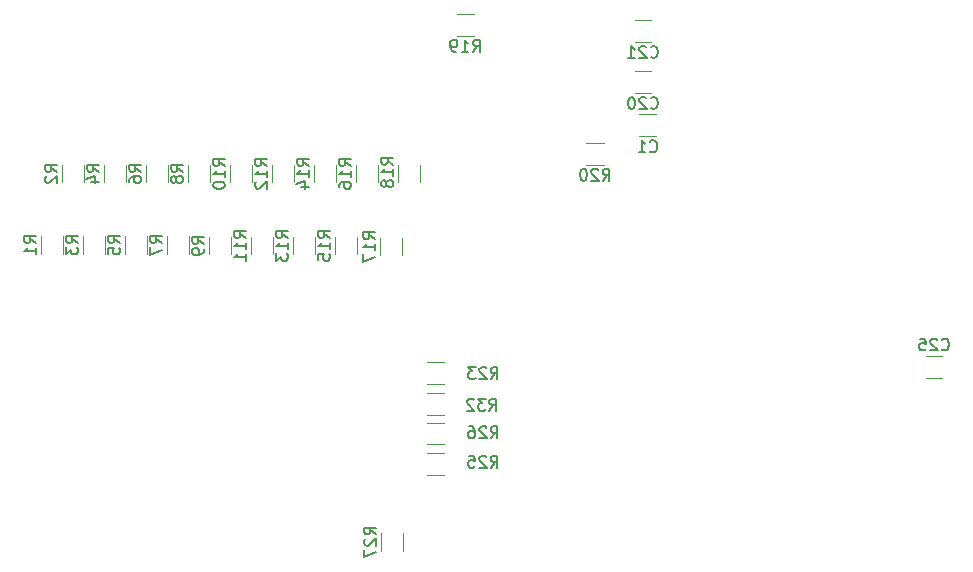
<source format=gbr>
%TF.GenerationSoftware,KiCad,Pcbnew,7.0.8*%
%TF.CreationDate,2024-05-16T20:38:27+02:00*%
%TF.ProjectId,FTCMS_V2,4654434d-535f-4563-922e-6b696361645f,rev?*%
%TF.SameCoordinates,Original*%
%TF.FileFunction,Legend,Bot*%
%TF.FilePolarity,Positive*%
%FSLAX46Y46*%
G04 Gerber Fmt 4.6, Leading zero omitted, Abs format (unit mm)*
G04 Created by KiCad (PCBNEW 7.0.8) date 2024-05-16 20:38:27*
%MOMM*%
%LPD*%
G01*
G04 APERTURE LIST*
%ADD10C,0.150000*%
%ADD11C,0.120000*%
G04 APERTURE END LIST*
D10*
X136328819Y-114699142D02*
X135852628Y-114365809D01*
X136328819Y-114127714D02*
X135328819Y-114127714D01*
X135328819Y-114127714D02*
X135328819Y-114508666D01*
X135328819Y-114508666D02*
X135376438Y-114603904D01*
X135376438Y-114603904D02*
X135424057Y-114651523D01*
X135424057Y-114651523D02*
X135519295Y-114699142D01*
X135519295Y-114699142D02*
X135662152Y-114699142D01*
X135662152Y-114699142D02*
X135757390Y-114651523D01*
X135757390Y-114651523D02*
X135805009Y-114603904D01*
X135805009Y-114603904D02*
X135852628Y-114508666D01*
X135852628Y-114508666D02*
X135852628Y-114127714D01*
X136328819Y-115651523D02*
X136328819Y-115080095D01*
X136328819Y-115365809D02*
X135328819Y-115365809D01*
X135328819Y-115365809D02*
X135471676Y-115270571D01*
X135471676Y-115270571D02*
X135566914Y-115175333D01*
X135566914Y-115175333D02*
X135614533Y-115080095D01*
X135757390Y-116222952D02*
X135709771Y-116127714D01*
X135709771Y-116127714D02*
X135662152Y-116080095D01*
X135662152Y-116080095D02*
X135566914Y-116032476D01*
X135566914Y-116032476D02*
X135519295Y-116032476D01*
X135519295Y-116032476D02*
X135424057Y-116080095D01*
X135424057Y-116080095D02*
X135376438Y-116127714D01*
X135376438Y-116127714D02*
X135328819Y-116222952D01*
X135328819Y-116222952D02*
X135328819Y-116413428D01*
X135328819Y-116413428D02*
X135376438Y-116508666D01*
X135376438Y-116508666D02*
X135424057Y-116556285D01*
X135424057Y-116556285D02*
X135519295Y-116603904D01*
X135519295Y-116603904D02*
X135566914Y-116603904D01*
X135566914Y-116603904D02*
X135662152Y-116556285D01*
X135662152Y-116556285D02*
X135709771Y-116508666D01*
X135709771Y-116508666D02*
X135757390Y-116413428D01*
X135757390Y-116413428D02*
X135757390Y-116222952D01*
X135757390Y-116222952D02*
X135805009Y-116127714D01*
X135805009Y-116127714D02*
X135852628Y-116080095D01*
X135852628Y-116080095D02*
X135947866Y-116032476D01*
X135947866Y-116032476D02*
X136138342Y-116032476D01*
X136138342Y-116032476D02*
X136233580Y-116080095D01*
X136233580Y-116080095D02*
X136281200Y-116127714D01*
X136281200Y-116127714D02*
X136328819Y-116222952D01*
X136328819Y-116222952D02*
X136328819Y-116413428D01*
X136328819Y-116413428D02*
X136281200Y-116508666D01*
X136281200Y-116508666D02*
X136233580Y-116556285D01*
X136233580Y-116556285D02*
X136138342Y-116603904D01*
X136138342Y-116603904D02*
X135947866Y-116603904D01*
X135947866Y-116603904D02*
X135852628Y-116556285D01*
X135852628Y-116556285D02*
X135805009Y-116508666D01*
X135805009Y-116508666D02*
X135757390Y-116413428D01*
X134778819Y-121023142D02*
X134302628Y-120689809D01*
X134778819Y-120451714D02*
X133778819Y-120451714D01*
X133778819Y-120451714D02*
X133778819Y-120832666D01*
X133778819Y-120832666D02*
X133826438Y-120927904D01*
X133826438Y-120927904D02*
X133874057Y-120975523D01*
X133874057Y-120975523D02*
X133969295Y-121023142D01*
X133969295Y-121023142D02*
X134112152Y-121023142D01*
X134112152Y-121023142D02*
X134207390Y-120975523D01*
X134207390Y-120975523D02*
X134255009Y-120927904D01*
X134255009Y-120927904D02*
X134302628Y-120832666D01*
X134302628Y-120832666D02*
X134302628Y-120451714D01*
X134778819Y-121975523D02*
X134778819Y-121404095D01*
X134778819Y-121689809D02*
X133778819Y-121689809D01*
X133778819Y-121689809D02*
X133921676Y-121594571D01*
X133921676Y-121594571D02*
X134016914Y-121499333D01*
X134016914Y-121499333D02*
X134064533Y-121404095D01*
X133778819Y-122308857D02*
X133778819Y-122975523D01*
X133778819Y-122975523D02*
X134778819Y-122546952D01*
X109632819Y-121346333D02*
X109156628Y-121013000D01*
X109632819Y-120774905D02*
X108632819Y-120774905D01*
X108632819Y-120774905D02*
X108632819Y-121155857D01*
X108632819Y-121155857D02*
X108680438Y-121251095D01*
X108680438Y-121251095D02*
X108728057Y-121298714D01*
X108728057Y-121298714D02*
X108823295Y-121346333D01*
X108823295Y-121346333D02*
X108966152Y-121346333D01*
X108966152Y-121346333D02*
X109061390Y-121298714D01*
X109061390Y-121298714D02*
X109109009Y-121251095D01*
X109109009Y-121251095D02*
X109156628Y-121155857D01*
X109156628Y-121155857D02*
X109156628Y-120774905D01*
X108632819Y-121679667D02*
X108632819Y-122298714D01*
X108632819Y-122298714D02*
X109013771Y-121965381D01*
X109013771Y-121965381D02*
X109013771Y-122108238D01*
X109013771Y-122108238D02*
X109061390Y-122203476D01*
X109061390Y-122203476D02*
X109109009Y-122251095D01*
X109109009Y-122251095D02*
X109204247Y-122298714D01*
X109204247Y-122298714D02*
X109442342Y-122298714D01*
X109442342Y-122298714D02*
X109537580Y-122251095D01*
X109537580Y-122251095D02*
X109585200Y-122203476D01*
X109585200Y-122203476D02*
X109632819Y-122108238D01*
X109632819Y-122108238D02*
X109632819Y-121822524D01*
X109632819Y-121822524D02*
X109585200Y-121727286D01*
X109585200Y-121727286D02*
X109537580Y-121679667D01*
X111410819Y-115302333D02*
X110934628Y-114969000D01*
X111410819Y-114730905D02*
X110410819Y-114730905D01*
X110410819Y-114730905D02*
X110410819Y-115111857D01*
X110410819Y-115111857D02*
X110458438Y-115207095D01*
X110458438Y-115207095D02*
X110506057Y-115254714D01*
X110506057Y-115254714D02*
X110601295Y-115302333D01*
X110601295Y-115302333D02*
X110744152Y-115302333D01*
X110744152Y-115302333D02*
X110839390Y-115254714D01*
X110839390Y-115254714D02*
X110887009Y-115207095D01*
X110887009Y-115207095D02*
X110934628Y-115111857D01*
X110934628Y-115111857D02*
X110934628Y-114730905D01*
X110744152Y-116159476D02*
X111410819Y-116159476D01*
X110363200Y-115921381D02*
X111077485Y-115683286D01*
X111077485Y-115683286D02*
X111077485Y-116302333D01*
X122078819Y-114826142D02*
X121602628Y-114492809D01*
X122078819Y-114254714D02*
X121078819Y-114254714D01*
X121078819Y-114254714D02*
X121078819Y-114635666D01*
X121078819Y-114635666D02*
X121126438Y-114730904D01*
X121126438Y-114730904D02*
X121174057Y-114778523D01*
X121174057Y-114778523D02*
X121269295Y-114826142D01*
X121269295Y-114826142D02*
X121412152Y-114826142D01*
X121412152Y-114826142D02*
X121507390Y-114778523D01*
X121507390Y-114778523D02*
X121555009Y-114730904D01*
X121555009Y-114730904D02*
X121602628Y-114635666D01*
X121602628Y-114635666D02*
X121602628Y-114254714D01*
X122078819Y-115778523D02*
X122078819Y-115207095D01*
X122078819Y-115492809D02*
X121078819Y-115492809D01*
X121078819Y-115492809D02*
X121221676Y-115397571D01*
X121221676Y-115397571D02*
X121316914Y-115302333D01*
X121316914Y-115302333D02*
X121364533Y-115207095D01*
X121078819Y-116397571D02*
X121078819Y-116492809D01*
X121078819Y-116492809D02*
X121126438Y-116588047D01*
X121126438Y-116588047D02*
X121174057Y-116635666D01*
X121174057Y-116635666D02*
X121269295Y-116683285D01*
X121269295Y-116683285D02*
X121459771Y-116730904D01*
X121459771Y-116730904D02*
X121697866Y-116730904D01*
X121697866Y-116730904D02*
X121888342Y-116683285D01*
X121888342Y-116683285D02*
X121983580Y-116635666D01*
X121983580Y-116635666D02*
X122031200Y-116588047D01*
X122031200Y-116588047D02*
X122078819Y-116492809D01*
X122078819Y-116492809D02*
X122078819Y-116397571D01*
X122078819Y-116397571D02*
X122031200Y-116302333D01*
X122031200Y-116302333D02*
X121983580Y-116254714D01*
X121983580Y-116254714D02*
X121888342Y-116207095D01*
X121888342Y-116207095D02*
X121697866Y-116159476D01*
X121697866Y-116159476D02*
X121459771Y-116159476D01*
X121459771Y-116159476D02*
X121269295Y-116207095D01*
X121269295Y-116207095D02*
X121174057Y-116254714D01*
X121174057Y-116254714D02*
X121126438Y-116302333D01*
X121126438Y-116302333D02*
X121078819Y-116397571D01*
X129190819Y-114800142D02*
X128714628Y-114466809D01*
X129190819Y-114228714D02*
X128190819Y-114228714D01*
X128190819Y-114228714D02*
X128190819Y-114609666D01*
X128190819Y-114609666D02*
X128238438Y-114704904D01*
X128238438Y-114704904D02*
X128286057Y-114752523D01*
X128286057Y-114752523D02*
X128381295Y-114800142D01*
X128381295Y-114800142D02*
X128524152Y-114800142D01*
X128524152Y-114800142D02*
X128619390Y-114752523D01*
X128619390Y-114752523D02*
X128667009Y-114704904D01*
X128667009Y-114704904D02*
X128714628Y-114609666D01*
X128714628Y-114609666D02*
X128714628Y-114228714D01*
X129190819Y-115752523D02*
X129190819Y-115181095D01*
X129190819Y-115466809D02*
X128190819Y-115466809D01*
X128190819Y-115466809D02*
X128333676Y-115371571D01*
X128333676Y-115371571D02*
X128428914Y-115276333D01*
X128428914Y-115276333D02*
X128476533Y-115181095D01*
X128524152Y-116609666D02*
X129190819Y-116609666D01*
X128143200Y-116371571D02*
X128857485Y-116133476D01*
X128857485Y-116133476D02*
X128857485Y-116752523D01*
X143086057Y-105144819D02*
X143419390Y-104668628D01*
X143657485Y-105144819D02*
X143657485Y-104144819D01*
X143657485Y-104144819D02*
X143276533Y-104144819D01*
X143276533Y-104144819D02*
X143181295Y-104192438D01*
X143181295Y-104192438D02*
X143133676Y-104240057D01*
X143133676Y-104240057D02*
X143086057Y-104335295D01*
X143086057Y-104335295D02*
X143086057Y-104478152D01*
X143086057Y-104478152D02*
X143133676Y-104573390D01*
X143133676Y-104573390D02*
X143181295Y-104621009D01*
X143181295Y-104621009D02*
X143276533Y-104668628D01*
X143276533Y-104668628D02*
X143657485Y-104668628D01*
X142133676Y-105144819D02*
X142705104Y-105144819D01*
X142419390Y-105144819D02*
X142419390Y-104144819D01*
X142419390Y-104144819D02*
X142514628Y-104287676D01*
X142514628Y-104287676D02*
X142609866Y-104382914D01*
X142609866Y-104382914D02*
X142705104Y-104430533D01*
X141657485Y-105144819D02*
X141467009Y-105144819D01*
X141467009Y-105144819D02*
X141371771Y-105097200D01*
X141371771Y-105097200D02*
X141324152Y-105049580D01*
X141324152Y-105049580D02*
X141228914Y-104906723D01*
X141228914Y-104906723D02*
X141181295Y-104716247D01*
X141181295Y-104716247D02*
X141181295Y-104335295D01*
X141181295Y-104335295D02*
X141228914Y-104240057D01*
X141228914Y-104240057D02*
X141276533Y-104192438D01*
X141276533Y-104192438D02*
X141371771Y-104144819D01*
X141371771Y-104144819D02*
X141562247Y-104144819D01*
X141562247Y-104144819D02*
X141657485Y-104192438D01*
X141657485Y-104192438D02*
X141705104Y-104240057D01*
X141705104Y-104240057D02*
X141752723Y-104335295D01*
X141752723Y-104335295D02*
X141752723Y-104573390D01*
X141752723Y-104573390D02*
X141705104Y-104668628D01*
X141705104Y-104668628D02*
X141657485Y-104716247D01*
X141657485Y-104716247D02*
X141562247Y-104763866D01*
X141562247Y-104763866D02*
X141371771Y-104763866D01*
X141371771Y-104763866D02*
X141276533Y-104716247D01*
X141276533Y-104716247D02*
X141228914Y-104668628D01*
X141228914Y-104668628D02*
X141181295Y-104573390D01*
X182760857Y-130335580D02*
X182808476Y-130383200D01*
X182808476Y-130383200D02*
X182951333Y-130430819D01*
X182951333Y-130430819D02*
X183046571Y-130430819D01*
X183046571Y-130430819D02*
X183189428Y-130383200D01*
X183189428Y-130383200D02*
X183284666Y-130287961D01*
X183284666Y-130287961D02*
X183332285Y-130192723D01*
X183332285Y-130192723D02*
X183379904Y-130002247D01*
X183379904Y-130002247D02*
X183379904Y-129859390D01*
X183379904Y-129859390D02*
X183332285Y-129668914D01*
X183332285Y-129668914D02*
X183284666Y-129573676D01*
X183284666Y-129573676D02*
X183189428Y-129478438D01*
X183189428Y-129478438D02*
X183046571Y-129430819D01*
X183046571Y-129430819D02*
X182951333Y-129430819D01*
X182951333Y-129430819D02*
X182808476Y-129478438D01*
X182808476Y-129478438D02*
X182760857Y-129526057D01*
X182379904Y-129526057D02*
X182332285Y-129478438D01*
X182332285Y-129478438D02*
X182237047Y-129430819D01*
X182237047Y-129430819D02*
X181998952Y-129430819D01*
X181998952Y-129430819D02*
X181903714Y-129478438D01*
X181903714Y-129478438D02*
X181856095Y-129526057D01*
X181856095Y-129526057D02*
X181808476Y-129621295D01*
X181808476Y-129621295D02*
X181808476Y-129716533D01*
X181808476Y-129716533D02*
X181856095Y-129859390D01*
X181856095Y-129859390D02*
X182427523Y-130430819D01*
X182427523Y-130430819D02*
X181808476Y-130430819D01*
X180903714Y-129430819D02*
X181379904Y-129430819D01*
X181379904Y-129430819D02*
X181427523Y-129907009D01*
X181427523Y-129907009D02*
X181379904Y-129859390D01*
X181379904Y-129859390D02*
X181284666Y-129811771D01*
X181284666Y-129811771D02*
X181046571Y-129811771D01*
X181046571Y-129811771D02*
X180951333Y-129859390D01*
X180951333Y-129859390D02*
X180903714Y-129907009D01*
X180903714Y-129907009D02*
X180856095Y-130002247D01*
X180856095Y-130002247D02*
X180856095Y-130240342D01*
X180856095Y-130240342D02*
X180903714Y-130335580D01*
X180903714Y-130335580D02*
X180951333Y-130383200D01*
X180951333Y-130383200D02*
X181046571Y-130430819D01*
X181046571Y-130430819D02*
X181284666Y-130430819D01*
X181284666Y-130430819D02*
X181379904Y-130383200D01*
X181379904Y-130383200D02*
X181427523Y-130335580D01*
X130968819Y-120922142D02*
X130492628Y-120588809D01*
X130968819Y-120350714D02*
X129968819Y-120350714D01*
X129968819Y-120350714D02*
X129968819Y-120731666D01*
X129968819Y-120731666D02*
X130016438Y-120826904D01*
X130016438Y-120826904D02*
X130064057Y-120874523D01*
X130064057Y-120874523D02*
X130159295Y-120922142D01*
X130159295Y-120922142D02*
X130302152Y-120922142D01*
X130302152Y-120922142D02*
X130397390Y-120874523D01*
X130397390Y-120874523D02*
X130445009Y-120826904D01*
X130445009Y-120826904D02*
X130492628Y-120731666D01*
X130492628Y-120731666D02*
X130492628Y-120350714D01*
X130968819Y-121874523D02*
X130968819Y-121303095D01*
X130968819Y-121588809D02*
X129968819Y-121588809D01*
X129968819Y-121588809D02*
X130111676Y-121493571D01*
X130111676Y-121493571D02*
X130206914Y-121398333D01*
X130206914Y-121398333D02*
X130254533Y-121303095D01*
X129968819Y-122779285D02*
X129968819Y-122303095D01*
X129968819Y-122303095D02*
X130445009Y-122255476D01*
X130445009Y-122255476D02*
X130397390Y-122303095D01*
X130397390Y-122303095D02*
X130349771Y-122398333D01*
X130349771Y-122398333D02*
X130349771Y-122636428D01*
X130349771Y-122636428D02*
X130397390Y-122731666D01*
X130397390Y-122731666D02*
X130445009Y-122779285D01*
X130445009Y-122779285D02*
X130540247Y-122826904D01*
X130540247Y-122826904D02*
X130778342Y-122826904D01*
X130778342Y-122826904D02*
X130873580Y-122779285D01*
X130873580Y-122779285D02*
X130921200Y-122731666D01*
X130921200Y-122731666D02*
X130968819Y-122636428D01*
X130968819Y-122636428D02*
X130968819Y-122398333D01*
X130968819Y-122398333D02*
X130921200Y-122303095D01*
X130921200Y-122303095D02*
X130873580Y-122255476D01*
X158053066Y-113563180D02*
X158100685Y-113610800D01*
X158100685Y-113610800D02*
X158243542Y-113658419D01*
X158243542Y-113658419D02*
X158338780Y-113658419D01*
X158338780Y-113658419D02*
X158481637Y-113610800D01*
X158481637Y-113610800D02*
X158576875Y-113515561D01*
X158576875Y-113515561D02*
X158624494Y-113420323D01*
X158624494Y-113420323D02*
X158672113Y-113229847D01*
X158672113Y-113229847D02*
X158672113Y-113086990D01*
X158672113Y-113086990D02*
X158624494Y-112896514D01*
X158624494Y-112896514D02*
X158576875Y-112801276D01*
X158576875Y-112801276D02*
X158481637Y-112706038D01*
X158481637Y-112706038D02*
X158338780Y-112658419D01*
X158338780Y-112658419D02*
X158243542Y-112658419D01*
X158243542Y-112658419D02*
X158100685Y-112706038D01*
X158100685Y-112706038D02*
X158053066Y-112753657D01*
X157100685Y-113658419D02*
X157672113Y-113658419D01*
X157386399Y-113658419D02*
X157386399Y-112658419D01*
X157386399Y-112658419D02*
X157481637Y-112801276D01*
X157481637Y-112801276D02*
X157576875Y-112896514D01*
X157576875Y-112896514D02*
X157672113Y-112944133D01*
X106076819Y-121346333D02*
X105600628Y-121013000D01*
X106076819Y-120774905D02*
X105076819Y-120774905D01*
X105076819Y-120774905D02*
X105076819Y-121155857D01*
X105076819Y-121155857D02*
X105124438Y-121251095D01*
X105124438Y-121251095D02*
X105172057Y-121298714D01*
X105172057Y-121298714D02*
X105267295Y-121346333D01*
X105267295Y-121346333D02*
X105410152Y-121346333D01*
X105410152Y-121346333D02*
X105505390Y-121298714D01*
X105505390Y-121298714D02*
X105553009Y-121251095D01*
X105553009Y-121251095D02*
X105600628Y-121155857D01*
X105600628Y-121155857D02*
X105600628Y-120774905D01*
X106076819Y-122298714D02*
X106076819Y-121727286D01*
X106076819Y-122013000D02*
X105076819Y-122013000D01*
X105076819Y-122013000D02*
X105219676Y-121917762D01*
X105219676Y-121917762D02*
X105314914Y-121822524D01*
X105314914Y-121822524D02*
X105362533Y-121727286D01*
X134880419Y-146016742D02*
X134404228Y-145683409D01*
X134880419Y-145445314D02*
X133880419Y-145445314D01*
X133880419Y-145445314D02*
X133880419Y-145826266D01*
X133880419Y-145826266D02*
X133928038Y-145921504D01*
X133928038Y-145921504D02*
X133975657Y-145969123D01*
X133975657Y-145969123D02*
X134070895Y-146016742D01*
X134070895Y-146016742D02*
X134213752Y-146016742D01*
X134213752Y-146016742D02*
X134308990Y-145969123D01*
X134308990Y-145969123D02*
X134356609Y-145921504D01*
X134356609Y-145921504D02*
X134404228Y-145826266D01*
X134404228Y-145826266D02*
X134404228Y-145445314D01*
X133975657Y-146397695D02*
X133928038Y-146445314D01*
X133928038Y-146445314D02*
X133880419Y-146540552D01*
X133880419Y-146540552D02*
X133880419Y-146778647D01*
X133880419Y-146778647D02*
X133928038Y-146873885D01*
X133928038Y-146873885D02*
X133975657Y-146921504D01*
X133975657Y-146921504D02*
X134070895Y-146969123D01*
X134070895Y-146969123D02*
X134166133Y-146969123D01*
X134166133Y-146969123D02*
X134308990Y-146921504D01*
X134308990Y-146921504D02*
X134880419Y-146350076D01*
X134880419Y-146350076D02*
X134880419Y-146969123D01*
X133880419Y-147302457D02*
X133880419Y-147969123D01*
X133880419Y-147969123D02*
X134880419Y-147540552D01*
X127412819Y-120922142D02*
X126936628Y-120588809D01*
X127412819Y-120350714D02*
X126412819Y-120350714D01*
X126412819Y-120350714D02*
X126412819Y-120731666D01*
X126412819Y-120731666D02*
X126460438Y-120826904D01*
X126460438Y-120826904D02*
X126508057Y-120874523D01*
X126508057Y-120874523D02*
X126603295Y-120922142D01*
X126603295Y-120922142D02*
X126746152Y-120922142D01*
X126746152Y-120922142D02*
X126841390Y-120874523D01*
X126841390Y-120874523D02*
X126889009Y-120826904D01*
X126889009Y-120826904D02*
X126936628Y-120731666D01*
X126936628Y-120731666D02*
X126936628Y-120350714D01*
X127412819Y-121874523D02*
X127412819Y-121303095D01*
X127412819Y-121588809D02*
X126412819Y-121588809D01*
X126412819Y-121588809D02*
X126555676Y-121493571D01*
X126555676Y-121493571D02*
X126650914Y-121398333D01*
X126650914Y-121398333D02*
X126698533Y-121303095D01*
X126412819Y-122207857D02*
X126412819Y-122826904D01*
X126412819Y-122826904D02*
X126793771Y-122493571D01*
X126793771Y-122493571D02*
X126793771Y-122636428D01*
X126793771Y-122636428D02*
X126841390Y-122731666D01*
X126841390Y-122731666D02*
X126889009Y-122779285D01*
X126889009Y-122779285D02*
X126984247Y-122826904D01*
X126984247Y-122826904D02*
X127222342Y-122826904D01*
X127222342Y-122826904D02*
X127317580Y-122779285D01*
X127317580Y-122779285D02*
X127365200Y-122731666D01*
X127365200Y-122731666D02*
X127412819Y-122636428D01*
X127412819Y-122636428D02*
X127412819Y-122350714D01*
X127412819Y-122350714D02*
X127365200Y-122255476D01*
X127365200Y-122255476D02*
X127317580Y-122207857D01*
X123856819Y-120922142D02*
X123380628Y-120588809D01*
X123856819Y-120350714D02*
X122856819Y-120350714D01*
X122856819Y-120350714D02*
X122856819Y-120731666D01*
X122856819Y-120731666D02*
X122904438Y-120826904D01*
X122904438Y-120826904D02*
X122952057Y-120874523D01*
X122952057Y-120874523D02*
X123047295Y-120922142D01*
X123047295Y-120922142D02*
X123190152Y-120922142D01*
X123190152Y-120922142D02*
X123285390Y-120874523D01*
X123285390Y-120874523D02*
X123333009Y-120826904D01*
X123333009Y-120826904D02*
X123380628Y-120731666D01*
X123380628Y-120731666D02*
X123380628Y-120350714D01*
X123856819Y-121874523D02*
X123856819Y-121303095D01*
X123856819Y-121588809D02*
X122856819Y-121588809D01*
X122856819Y-121588809D02*
X122999676Y-121493571D01*
X122999676Y-121493571D02*
X123094914Y-121398333D01*
X123094914Y-121398333D02*
X123142533Y-121303095D01*
X123856819Y-122826904D02*
X123856819Y-122255476D01*
X123856819Y-122541190D02*
X122856819Y-122541190D01*
X122856819Y-122541190D02*
X122999676Y-122445952D01*
X122999676Y-122445952D02*
X123094914Y-122350714D01*
X123094914Y-122350714D02*
X123142533Y-122255476D01*
X144585257Y-140358019D02*
X144918590Y-139881828D01*
X145156685Y-140358019D02*
X145156685Y-139358019D01*
X145156685Y-139358019D02*
X144775733Y-139358019D01*
X144775733Y-139358019D02*
X144680495Y-139405638D01*
X144680495Y-139405638D02*
X144632876Y-139453257D01*
X144632876Y-139453257D02*
X144585257Y-139548495D01*
X144585257Y-139548495D02*
X144585257Y-139691352D01*
X144585257Y-139691352D02*
X144632876Y-139786590D01*
X144632876Y-139786590D02*
X144680495Y-139834209D01*
X144680495Y-139834209D02*
X144775733Y-139881828D01*
X144775733Y-139881828D02*
X145156685Y-139881828D01*
X144204304Y-139453257D02*
X144156685Y-139405638D01*
X144156685Y-139405638D02*
X144061447Y-139358019D01*
X144061447Y-139358019D02*
X143823352Y-139358019D01*
X143823352Y-139358019D02*
X143728114Y-139405638D01*
X143728114Y-139405638D02*
X143680495Y-139453257D01*
X143680495Y-139453257D02*
X143632876Y-139548495D01*
X143632876Y-139548495D02*
X143632876Y-139643733D01*
X143632876Y-139643733D02*
X143680495Y-139786590D01*
X143680495Y-139786590D02*
X144251923Y-140358019D01*
X144251923Y-140358019D02*
X143632876Y-140358019D01*
X142728114Y-139358019D02*
X143204304Y-139358019D01*
X143204304Y-139358019D02*
X143251923Y-139834209D01*
X143251923Y-139834209D02*
X143204304Y-139786590D01*
X143204304Y-139786590D02*
X143109066Y-139738971D01*
X143109066Y-139738971D02*
X142870971Y-139738971D01*
X142870971Y-139738971D02*
X142775733Y-139786590D01*
X142775733Y-139786590D02*
X142728114Y-139834209D01*
X142728114Y-139834209D02*
X142680495Y-139929447D01*
X142680495Y-139929447D02*
X142680495Y-140167542D01*
X142680495Y-140167542D02*
X142728114Y-140262780D01*
X142728114Y-140262780D02*
X142775733Y-140310400D01*
X142775733Y-140310400D02*
X142870971Y-140358019D01*
X142870971Y-140358019D02*
X143109066Y-140358019D01*
X143109066Y-140358019D02*
X143204304Y-140310400D01*
X143204304Y-140310400D02*
X143251923Y-140262780D01*
X144585257Y-137868819D02*
X144918590Y-137392628D01*
X145156685Y-137868819D02*
X145156685Y-136868819D01*
X145156685Y-136868819D02*
X144775733Y-136868819D01*
X144775733Y-136868819D02*
X144680495Y-136916438D01*
X144680495Y-136916438D02*
X144632876Y-136964057D01*
X144632876Y-136964057D02*
X144585257Y-137059295D01*
X144585257Y-137059295D02*
X144585257Y-137202152D01*
X144585257Y-137202152D02*
X144632876Y-137297390D01*
X144632876Y-137297390D02*
X144680495Y-137345009D01*
X144680495Y-137345009D02*
X144775733Y-137392628D01*
X144775733Y-137392628D02*
X145156685Y-137392628D01*
X144204304Y-136964057D02*
X144156685Y-136916438D01*
X144156685Y-136916438D02*
X144061447Y-136868819D01*
X144061447Y-136868819D02*
X143823352Y-136868819D01*
X143823352Y-136868819D02*
X143728114Y-136916438D01*
X143728114Y-136916438D02*
X143680495Y-136964057D01*
X143680495Y-136964057D02*
X143632876Y-137059295D01*
X143632876Y-137059295D02*
X143632876Y-137154533D01*
X143632876Y-137154533D02*
X143680495Y-137297390D01*
X143680495Y-137297390D02*
X144251923Y-137868819D01*
X144251923Y-137868819D02*
X143632876Y-137868819D01*
X142775733Y-136868819D02*
X142966209Y-136868819D01*
X142966209Y-136868819D02*
X143061447Y-136916438D01*
X143061447Y-136916438D02*
X143109066Y-136964057D01*
X143109066Y-136964057D02*
X143204304Y-137106914D01*
X143204304Y-137106914D02*
X143251923Y-137297390D01*
X143251923Y-137297390D02*
X143251923Y-137678342D01*
X143251923Y-137678342D02*
X143204304Y-137773580D01*
X143204304Y-137773580D02*
X143156685Y-137821200D01*
X143156685Y-137821200D02*
X143061447Y-137868819D01*
X143061447Y-137868819D02*
X142870971Y-137868819D01*
X142870971Y-137868819D02*
X142775733Y-137821200D01*
X142775733Y-137821200D02*
X142728114Y-137773580D01*
X142728114Y-137773580D02*
X142680495Y-137678342D01*
X142680495Y-137678342D02*
X142680495Y-137440247D01*
X142680495Y-137440247D02*
X142728114Y-137345009D01*
X142728114Y-137345009D02*
X142775733Y-137297390D01*
X142775733Y-137297390D02*
X142870971Y-137249771D01*
X142870971Y-137249771D02*
X143061447Y-137249771D01*
X143061447Y-137249771D02*
X143156685Y-137297390D01*
X143156685Y-137297390D02*
X143204304Y-137345009D01*
X143204304Y-137345009D02*
X143251923Y-137440247D01*
X113188819Y-121346333D02*
X112712628Y-121013000D01*
X113188819Y-120774905D02*
X112188819Y-120774905D01*
X112188819Y-120774905D02*
X112188819Y-121155857D01*
X112188819Y-121155857D02*
X112236438Y-121251095D01*
X112236438Y-121251095D02*
X112284057Y-121298714D01*
X112284057Y-121298714D02*
X112379295Y-121346333D01*
X112379295Y-121346333D02*
X112522152Y-121346333D01*
X112522152Y-121346333D02*
X112617390Y-121298714D01*
X112617390Y-121298714D02*
X112665009Y-121251095D01*
X112665009Y-121251095D02*
X112712628Y-121155857D01*
X112712628Y-121155857D02*
X112712628Y-120774905D01*
X112188819Y-122251095D02*
X112188819Y-121774905D01*
X112188819Y-121774905D02*
X112665009Y-121727286D01*
X112665009Y-121727286D02*
X112617390Y-121774905D01*
X112617390Y-121774905D02*
X112569771Y-121870143D01*
X112569771Y-121870143D02*
X112569771Y-122108238D01*
X112569771Y-122108238D02*
X112617390Y-122203476D01*
X112617390Y-122203476D02*
X112665009Y-122251095D01*
X112665009Y-122251095D02*
X112760247Y-122298714D01*
X112760247Y-122298714D02*
X112998342Y-122298714D01*
X112998342Y-122298714D02*
X113093580Y-122251095D01*
X113093580Y-122251095D02*
X113141200Y-122203476D01*
X113141200Y-122203476D02*
X113188819Y-122108238D01*
X113188819Y-122108238D02*
X113188819Y-121870143D01*
X113188819Y-121870143D02*
X113141200Y-121774905D01*
X113141200Y-121774905D02*
X113093580Y-121727286D01*
X118522819Y-115302333D02*
X118046628Y-114969000D01*
X118522819Y-114730905D02*
X117522819Y-114730905D01*
X117522819Y-114730905D02*
X117522819Y-115111857D01*
X117522819Y-115111857D02*
X117570438Y-115207095D01*
X117570438Y-115207095D02*
X117618057Y-115254714D01*
X117618057Y-115254714D02*
X117713295Y-115302333D01*
X117713295Y-115302333D02*
X117856152Y-115302333D01*
X117856152Y-115302333D02*
X117951390Y-115254714D01*
X117951390Y-115254714D02*
X117999009Y-115207095D01*
X117999009Y-115207095D02*
X118046628Y-115111857D01*
X118046628Y-115111857D02*
X118046628Y-114730905D01*
X117951390Y-115873762D02*
X117903771Y-115778524D01*
X117903771Y-115778524D02*
X117856152Y-115730905D01*
X117856152Y-115730905D02*
X117760914Y-115683286D01*
X117760914Y-115683286D02*
X117713295Y-115683286D01*
X117713295Y-115683286D02*
X117618057Y-115730905D01*
X117618057Y-115730905D02*
X117570438Y-115778524D01*
X117570438Y-115778524D02*
X117522819Y-115873762D01*
X117522819Y-115873762D02*
X117522819Y-116064238D01*
X117522819Y-116064238D02*
X117570438Y-116159476D01*
X117570438Y-116159476D02*
X117618057Y-116207095D01*
X117618057Y-116207095D02*
X117713295Y-116254714D01*
X117713295Y-116254714D02*
X117760914Y-116254714D01*
X117760914Y-116254714D02*
X117856152Y-116207095D01*
X117856152Y-116207095D02*
X117903771Y-116159476D01*
X117903771Y-116159476D02*
X117951390Y-116064238D01*
X117951390Y-116064238D02*
X117951390Y-115873762D01*
X117951390Y-115873762D02*
X117999009Y-115778524D01*
X117999009Y-115778524D02*
X118046628Y-115730905D01*
X118046628Y-115730905D02*
X118141866Y-115683286D01*
X118141866Y-115683286D02*
X118332342Y-115683286D01*
X118332342Y-115683286D02*
X118427580Y-115730905D01*
X118427580Y-115730905D02*
X118475200Y-115778524D01*
X118475200Y-115778524D02*
X118522819Y-115873762D01*
X118522819Y-115873762D02*
X118522819Y-116064238D01*
X118522819Y-116064238D02*
X118475200Y-116159476D01*
X118475200Y-116159476D02*
X118427580Y-116207095D01*
X118427580Y-116207095D02*
X118332342Y-116254714D01*
X118332342Y-116254714D02*
X118141866Y-116254714D01*
X118141866Y-116254714D02*
X118046628Y-116207095D01*
X118046628Y-116207095D02*
X117999009Y-116159476D01*
X117999009Y-116159476D02*
X117951390Y-116064238D01*
X144585257Y-132839619D02*
X144918590Y-132363428D01*
X145156685Y-132839619D02*
X145156685Y-131839619D01*
X145156685Y-131839619D02*
X144775733Y-131839619D01*
X144775733Y-131839619D02*
X144680495Y-131887238D01*
X144680495Y-131887238D02*
X144632876Y-131934857D01*
X144632876Y-131934857D02*
X144585257Y-132030095D01*
X144585257Y-132030095D02*
X144585257Y-132172952D01*
X144585257Y-132172952D02*
X144632876Y-132268190D01*
X144632876Y-132268190D02*
X144680495Y-132315809D01*
X144680495Y-132315809D02*
X144775733Y-132363428D01*
X144775733Y-132363428D02*
X145156685Y-132363428D01*
X144204304Y-131934857D02*
X144156685Y-131887238D01*
X144156685Y-131887238D02*
X144061447Y-131839619D01*
X144061447Y-131839619D02*
X143823352Y-131839619D01*
X143823352Y-131839619D02*
X143728114Y-131887238D01*
X143728114Y-131887238D02*
X143680495Y-131934857D01*
X143680495Y-131934857D02*
X143632876Y-132030095D01*
X143632876Y-132030095D02*
X143632876Y-132125333D01*
X143632876Y-132125333D02*
X143680495Y-132268190D01*
X143680495Y-132268190D02*
X144251923Y-132839619D01*
X144251923Y-132839619D02*
X143632876Y-132839619D01*
X143299542Y-131839619D02*
X142680495Y-131839619D01*
X142680495Y-131839619D02*
X143013828Y-132220571D01*
X143013828Y-132220571D02*
X142870971Y-132220571D01*
X142870971Y-132220571D02*
X142775733Y-132268190D01*
X142775733Y-132268190D02*
X142728114Y-132315809D01*
X142728114Y-132315809D02*
X142680495Y-132411047D01*
X142680495Y-132411047D02*
X142680495Y-132649142D01*
X142680495Y-132649142D02*
X142728114Y-132744380D01*
X142728114Y-132744380D02*
X142775733Y-132792000D01*
X142775733Y-132792000D02*
X142870971Y-132839619D01*
X142870971Y-132839619D02*
X143156685Y-132839619D01*
X143156685Y-132839619D02*
X143251923Y-132792000D01*
X143251923Y-132792000D02*
X143299542Y-132744380D01*
X158122857Y-105587580D02*
X158170476Y-105635200D01*
X158170476Y-105635200D02*
X158313333Y-105682819D01*
X158313333Y-105682819D02*
X158408571Y-105682819D01*
X158408571Y-105682819D02*
X158551428Y-105635200D01*
X158551428Y-105635200D02*
X158646666Y-105539961D01*
X158646666Y-105539961D02*
X158694285Y-105444723D01*
X158694285Y-105444723D02*
X158741904Y-105254247D01*
X158741904Y-105254247D02*
X158741904Y-105111390D01*
X158741904Y-105111390D02*
X158694285Y-104920914D01*
X158694285Y-104920914D02*
X158646666Y-104825676D01*
X158646666Y-104825676D02*
X158551428Y-104730438D01*
X158551428Y-104730438D02*
X158408571Y-104682819D01*
X158408571Y-104682819D02*
X158313333Y-104682819D01*
X158313333Y-104682819D02*
X158170476Y-104730438D01*
X158170476Y-104730438D02*
X158122857Y-104778057D01*
X157741904Y-104778057D02*
X157694285Y-104730438D01*
X157694285Y-104730438D02*
X157599047Y-104682819D01*
X157599047Y-104682819D02*
X157360952Y-104682819D01*
X157360952Y-104682819D02*
X157265714Y-104730438D01*
X157265714Y-104730438D02*
X157218095Y-104778057D01*
X157218095Y-104778057D02*
X157170476Y-104873295D01*
X157170476Y-104873295D02*
X157170476Y-104968533D01*
X157170476Y-104968533D02*
X157218095Y-105111390D01*
X157218095Y-105111390D02*
X157789523Y-105682819D01*
X157789523Y-105682819D02*
X157170476Y-105682819D01*
X156218095Y-105682819D02*
X156789523Y-105682819D01*
X156503809Y-105682819D02*
X156503809Y-104682819D01*
X156503809Y-104682819D02*
X156599047Y-104825676D01*
X156599047Y-104825676D02*
X156694285Y-104920914D01*
X156694285Y-104920914D02*
X156789523Y-104968533D01*
X114966819Y-115302333D02*
X114490628Y-114969000D01*
X114966819Y-114730905D02*
X113966819Y-114730905D01*
X113966819Y-114730905D02*
X113966819Y-115111857D01*
X113966819Y-115111857D02*
X114014438Y-115207095D01*
X114014438Y-115207095D02*
X114062057Y-115254714D01*
X114062057Y-115254714D02*
X114157295Y-115302333D01*
X114157295Y-115302333D02*
X114300152Y-115302333D01*
X114300152Y-115302333D02*
X114395390Y-115254714D01*
X114395390Y-115254714D02*
X114443009Y-115207095D01*
X114443009Y-115207095D02*
X114490628Y-115111857D01*
X114490628Y-115111857D02*
X114490628Y-114730905D01*
X113966819Y-116159476D02*
X113966819Y-115969000D01*
X113966819Y-115969000D02*
X114014438Y-115873762D01*
X114014438Y-115873762D02*
X114062057Y-115826143D01*
X114062057Y-115826143D02*
X114204914Y-115730905D01*
X114204914Y-115730905D02*
X114395390Y-115683286D01*
X114395390Y-115683286D02*
X114776342Y-115683286D01*
X114776342Y-115683286D02*
X114871580Y-115730905D01*
X114871580Y-115730905D02*
X114919200Y-115778524D01*
X114919200Y-115778524D02*
X114966819Y-115873762D01*
X114966819Y-115873762D02*
X114966819Y-116064238D01*
X114966819Y-116064238D02*
X114919200Y-116159476D01*
X114919200Y-116159476D02*
X114871580Y-116207095D01*
X114871580Y-116207095D02*
X114776342Y-116254714D01*
X114776342Y-116254714D02*
X114538247Y-116254714D01*
X114538247Y-116254714D02*
X114443009Y-116207095D01*
X114443009Y-116207095D02*
X114395390Y-116159476D01*
X114395390Y-116159476D02*
X114347771Y-116064238D01*
X114347771Y-116064238D02*
X114347771Y-115873762D01*
X114347771Y-115873762D02*
X114395390Y-115778524D01*
X114395390Y-115778524D02*
X114443009Y-115730905D01*
X114443009Y-115730905D02*
X114538247Y-115683286D01*
X125634819Y-114826142D02*
X125158628Y-114492809D01*
X125634819Y-114254714D02*
X124634819Y-114254714D01*
X124634819Y-114254714D02*
X124634819Y-114635666D01*
X124634819Y-114635666D02*
X124682438Y-114730904D01*
X124682438Y-114730904D02*
X124730057Y-114778523D01*
X124730057Y-114778523D02*
X124825295Y-114826142D01*
X124825295Y-114826142D02*
X124968152Y-114826142D01*
X124968152Y-114826142D02*
X125063390Y-114778523D01*
X125063390Y-114778523D02*
X125111009Y-114730904D01*
X125111009Y-114730904D02*
X125158628Y-114635666D01*
X125158628Y-114635666D02*
X125158628Y-114254714D01*
X125634819Y-115778523D02*
X125634819Y-115207095D01*
X125634819Y-115492809D02*
X124634819Y-115492809D01*
X124634819Y-115492809D02*
X124777676Y-115397571D01*
X124777676Y-115397571D02*
X124872914Y-115302333D01*
X124872914Y-115302333D02*
X124920533Y-115207095D01*
X124730057Y-116159476D02*
X124682438Y-116207095D01*
X124682438Y-116207095D02*
X124634819Y-116302333D01*
X124634819Y-116302333D02*
X124634819Y-116540428D01*
X124634819Y-116540428D02*
X124682438Y-116635666D01*
X124682438Y-116635666D02*
X124730057Y-116683285D01*
X124730057Y-116683285D02*
X124825295Y-116730904D01*
X124825295Y-116730904D02*
X124920533Y-116730904D01*
X124920533Y-116730904D02*
X125063390Y-116683285D01*
X125063390Y-116683285D02*
X125634819Y-116111857D01*
X125634819Y-116111857D02*
X125634819Y-116730904D01*
X116744819Y-121346333D02*
X116268628Y-121013000D01*
X116744819Y-120774905D02*
X115744819Y-120774905D01*
X115744819Y-120774905D02*
X115744819Y-121155857D01*
X115744819Y-121155857D02*
X115792438Y-121251095D01*
X115792438Y-121251095D02*
X115840057Y-121298714D01*
X115840057Y-121298714D02*
X115935295Y-121346333D01*
X115935295Y-121346333D02*
X116078152Y-121346333D01*
X116078152Y-121346333D02*
X116173390Y-121298714D01*
X116173390Y-121298714D02*
X116221009Y-121251095D01*
X116221009Y-121251095D02*
X116268628Y-121155857D01*
X116268628Y-121155857D02*
X116268628Y-120774905D01*
X115744819Y-121679667D02*
X115744819Y-122346333D01*
X115744819Y-122346333D02*
X116744819Y-121917762D01*
X154058857Y-116066819D02*
X154392190Y-115590628D01*
X154630285Y-116066819D02*
X154630285Y-115066819D01*
X154630285Y-115066819D02*
X154249333Y-115066819D01*
X154249333Y-115066819D02*
X154154095Y-115114438D01*
X154154095Y-115114438D02*
X154106476Y-115162057D01*
X154106476Y-115162057D02*
X154058857Y-115257295D01*
X154058857Y-115257295D02*
X154058857Y-115400152D01*
X154058857Y-115400152D02*
X154106476Y-115495390D01*
X154106476Y-115495390D02*
X154154095Y-115543009D01*
X154154095Y-115543009D02*
X154249333Y-115590628D01*
X154249333Y-115590628D02*
X154630285Y-115590628D01*
X153677904Y-115162057D02*
X153630285Y-115114438D01*
X153630285Y-115114438D02*
X153535047Y-115066819D01*
X153535047Y-115066819D02*
X153296952Y-115066819D01*
X153296952Y-115066819D02*
X153201714Y-115114438D01*
X153201714Y-115114438D02*
X153154095Y-115162057D01*
X153154095Y-115162057D02*
X153106476Y-115257295D01*
X153106476Y-115257295D02*
X153106476Y-115352533D01*
X153106476Y-115352533D02*
X153154095Y-115495390D01*
X153154095Y-115495390D02*
X153725523Y-116066819D01*
X153725523Y-116066819D02*
X153106476Y-116066819D01*
X152487428Y-115066819D02*
X152392190Y-115066819D01*
X152392190Y-115066819D02*
X152296952Y-115114438D01*
X152296952Y-115114438D02*
X152249333Y-115162057D01*
X152249333Y-115162057D02*
X152201714Y-115257295D01*
X152201714Y-115257295D02*
X152154095Y-115447771D01*
X152154095Y-115447771D02*
X152154095Y-115685866D01*
X152154095Y-115685866D02*
X152201714Y-115876342D01*
X152201714Y-115876342D02*
X152249333Y-115971580D01*
X152249333Y-115971580D02*
X152296952Y-116019200D01*
X152296952Y-116019200D02*
X152392190Y-116066819D01*
X152392190Y-116066819D02*
X152487428Y-116066819D01*
X152487428Y-116066819D02*
X152582666Y-116019200D01*
X152582666Y-116019200D02*
X152630285Y-115971580D01*
X152630285Y-115971580D02*
X152677904Y-115876342D01*
X152677904Y-115876342D02*
X152725523Y-115685866D01*
X152725523Y-115685866D02*
X152725523Y-115447771D01*
X152725523Y-115447771D02*
X152677904Y-115257295D01*
X152677904Y-115257295D02*
X152630285Y-115162057D01*
X152630285Y-115162057D02*
X152582666Y-115114438D01*
X152582666Y-115114438D02*
X152487428Y-115066819D01*
X144483657Y-135532019D02*
X144816990Y-135055828D01*
X145055085Y-135532019D02*
X145055085Y-134532019D01*
X145055085Y-134532019D02*
X144674133Y-134532019D01*
X144674133Y-134532019D02*
X144578895Y-134579638D01*
X144578895Y-134579638D02*
X144531276Y-134627257D01*
X144531276Y-134627257D02*
X144483657Y-134722495D01*
X144483657Y-134722495D02*
X144483657Y-134865352D01*
X144483657Y-134865352D02*
X144531276Y-134960590D01*
X144531276Y-134960590D02*
X144578895Y-135008209D01*
X144578895Y-135008209D02*
X144674133Y-135055828D01*
X144674133Y-135055828D02*
X145055085Y-135055828D01*
X144150323Y-134532019D02*
X143531276Y-134532019D01*
X143531276Y-134532019D02*
X143864609Y-134912971D01*
X143864609Y-134912971D02*
X143721752Y-134912971D01*
X143721752Y-134912971D02*
X143626514Y-134960590D01*
X143626514Y-134960590D02*
X143578895Y-135008209D01*
X143578895Y-135008209D02*
X143531276Y-135103447D01*
X143531276Y-135103447D02*
X143531276Y-135341542D01*
X143531276Y-135341542D02*
X143578895Y-135436780D01*
X143578895Y-135436780D02*
X143626514Y-135484400D01*
X143626514Y-135484400D02*
X143721752Y-135532019D01*
X143721752Y-135532019D02*
X144007466Y-135532019D01*
X144007466Y-135532019D02*
X144102704Y-135484400D01*
X144102704Y-135484400D02*
X144150323Y-135436780D01*
X143150323Y-134627257D02*
X143102704Y-134579638D01*
X143102704Y-134579638D02*
X143007466Y-134532019D01*
X143007466Y-134532019D02*
X142769371Y-134532019D01*
X142769371Y-134532019D02*
X142674133Y-134579638D01*
X142674133Y-134579638D02*
X142626514Y-134627257D01*
X142626514Y-134627257D02*
X142578895Y-134722495D01*
X142578895Y-134722495D02*
X142578895Y-134817733D01*
X142578895Y-134817733D02*
X142626514Y-134960590D01*
X142626514Y-134960590D02*
X143197942Y-135532019D01*
X143197942Y-135532019D02*
X142578895Y-135532019D01*
X120300819Y-121398333D02*
X119824628Y-121065000D01*
X120300819Y-120826905D02*
X119300819Y-120826905D01*
X119300819Y-120826905D02*
X119300819Y-121207857D01*
X119300819Y-121207857D02*
X119348438Y-121303095D01*
X119348438Y-121303095D02*
X119396057Y-121350714D01*
X119396057Y-121350714D02*
X119491295Y-121398333D01*
X119491295Y-121398333D02*
X119634152Y-121398333D01*
X119634152Y-121398333D02*
X119729390Y-121350714D01*
X119729390Y-121350714D02*
X119777009Y-121303095D01*
X119777009Y-121303095D02*
X119824628Y-121207857D01*
X119824628Y-121207857D02*
X119824628Y-120826905D01*
X120300819Y-121874524D02*
X120300819Y-122065000D01*
X120300819Y-122065000D02*
X120253200Y-122160238D01*
X120253200Y-122160238D02*
X120205580Y-122207857D01*
X120205580Y-122207857D02*
X120062723Y-122303095D01*
X120062723Y-122303095D02*
X119872247Y-122350714D01*
X119872247Y-122350714D02*
X119491295Y-122350714D01*
X119491295Y-122350714D02*
X119396057Y-122303095D01*
X119396057Y-122303095D02*
X119348438Y-122255476D01*
X119348438Y-122255476D02*
X119300819Y-122160238D01*
X119300819Y-122160238D02*
X119300819Y-121969762D01*
X119300819Y-121969762D02*
X119348438Y-121874524D01*
X119348438Y-121874524D02*
X119396057Y-121826905D01*
X119396057Y-121826905D02*
X119491295Y-121779286D01*
X119491295Y-121779286D02*
X119729390Y-121779286D01*
X119729390Y-121779286D02*
X119824628Y-121826905D01*
X119824628Y-121826905D02*
X119872247Y-121874524D01*
X119872247Y-121874524D02*
X119919866Y-121969762D01*
X119919866Y-121969762D02*
X119919866Y-122160238D01*
X119919866Y-122160238D02*
X119872247Y-122255476D01*
X119872247Y-122255476D02*
X119824628Y-122303095D01*
X119824628Y-122303095D02*
X119729390Y-122350714D01*
X107854819Y-115302333D02*
X107378628Y-114969000D01*
X107854819Y-114730905D02*
X106854819Y-114730905D01*
X106854819Y-114730905D02*
X106854819Y-115111857D01*
X106854819Y-115111857D02*
X106902438Y-115207095D01*
X106902438Y-115207095D02*
X106950057Y-115254714D01*
X106950057Y-115254714D02*
X107045295Y-115302333D01*
X107045295Y-115302333D02*
X107188152Y-115302333D01*
X107188152Y-115302333D02*
X107283390Y-115254714D01*
X107283390Y-115254714D02*
X107331009Y-115207095D01*
X107331009Y-115207095D02*
X107378628Y-115111857D01*
X107378628Y-115111857D02*
X107378628Y-114730905D01*
X106950057Y-115683286D02*
X106902438Y-115730905D01*
X106902438Y-115730905D02*
X106854819Y-115826143D01*
X106854819Y-115826143D02*
X106854819Y-116064238D01*
X106854819Y-116064238D02*
X106902438Y-116159476D01*
X106902438Y-116159476D02*
X106950057Y-116207095D01*
X106950057Y-116207095D02*
X107045295Y-116254714D01*
X107045295Y-116254714D02*
X107140533Y-116254714D01*
X107140533Y-116254714D02*
X107283390Y-116207095D01*
X107283390Y-116207095D02*
X107854819Y-115635667D01*
X107854819Y-115635667D02*
X107854819Y-116254714D01*
X158122857Y-109905580D02*
X158170476Y-109953200D01*
X158170476Y-109953200D02*
X158313333Y-110000819D01*
X158313333Y-110000819D02*
X158408571Y-110000819D01*
X158408571Y-110000819D02*
X158551428Y-109953200D01*
X158551428Y-109953200D02*
X158646666Y-109857961D01*
X158646666Y-109857961D02*
X158694285Y-109762723D01*
X158694285Y-109762723D02*
X158741904Y-109572247D01*
X158741904Y-109572247D02*
X158741904Y-109429390D01*
X158741904Y-109429390D02*
X158694285Y-109238914D01*
X158694285Y-109238914D02*
X158646666Y-109143676D01*
X158646666Y-109143676D02*
X158551428Y-109048438D01*
X158551428Y-109048438D02*
X158408571Y-109000819D01*
X158408571Y-109000819D02*
X158313333Y-109000819D01*
X158313333Y-109000819D02*
X158170476Y-109048438D01*
X158170476Y-109048438D02*
X158122857Y-109096057D01*
X157741904Y-109096057D02*
X157694285Y-109048438D01*
X157694285Y-109048438D02*
X157599047Y-109000819D01*
X157599047Y-109000819D02*
X157360952Y-109000819D01*
X157360952Y-109000819D02*
X157265714Y-109048438D01*
X157265714Y-109048438D02*
X157218095Y-109096057D01*
X157218095Y-109096057D02*
X157170476Y-109191295D01*
X157170476Y-109191295D02*
X157170476Y-109286533D01*
X157170476Y-109286533D02*
X157218095Y-109429390D01*
X157218095Y-109429390D02*
X157789523Y-110000819D01*
X157789523Y-110000819D02*
X157170476Y-110000819D01*
X156551428Y-109000819D02*
X156456190Y-109000819D01*
X156456190Y-109000819D02*
X156360952Y-109048438D01*
X156360952Y-109048438D02*
X156313333Y-109096057D01*
X156313333Y-109096057D02*
X156265714Y-109191295D01*
X156265714Y-109191295D02*
X156218095Y-109381771D01*
X156218095Y-109381771D02*
X156218095Y-109619866D01*
X156218095Y-109619866D02*
X156265714Y-109810342D01*
X156265714Y-109810342D02*
X156313333Y-109905580D01*
X156313333Y-109905580D02*
X156360952Y-109953200D01*
X156360952Y-109953200D02*
X156456190Y-110000819D01*
X156456190Y-110000819D02*
X156551428Y-110000819D01*
X156551428Y-110000819D02*
X156646666Y-109953200D01*
X156646666Y-109953200D02*
X156694285Y-109905580D01*
X156694285Y-109905580D02*
X156741904Y-109810342D01*
X156741904Y-109810342D02*
X156789523Y-109619866D01*
X156789523Y-109619866D02*
X156789523Y-109381771D01*
X156789523Y-109381771D02*
X156741904Y-109191295D01*
X156741904Y-109191295D02*
X156694285Y-109096057D01*
X156694285Y-109096057D02*
X156646666Y-109048438D01*
X156646666Y-109048438D02*
X156551428Y-109000819D01*
X132746819Y-114826142D02*
X132270628Y-114492809D01*
X132746819Y-114254714D02*
X131746819Y-114254714D01*
X131746819Y-114254714D02*
X131746819Y-114635666D01*
X131746819Y-114635666D02*
X131794438Y-114730904D01*
X131794438Y-114730904D02*
X131842057Y-114778523D01*
X131842057Y-114778523D02*
X131937295Y-114826142D01*
X131937295Y-114826142D02*
X132080152Y-114826142D01*
X132080152Y-114826142D02*
X132175390Y-114778523D01*
X132175390Y-114778523D02*
X132223009Y-114730904D01*
X132223009Y-114730904D02*
X132270628Y-114635666D01*
X132270628Y-114635666D02*
X132270628Y-114254714D01*
X132746819Y-115778523D02*
X132746819Y-115207095D01*
X132746819Y-115492809D02*
X131746819Y-115492809D01*
X131746819Y-115492809D02*
X131889676Y-115397571D01*
X131889676Y-115397571D02*
X131984914Y-115302333D01*
X131984914Y-115302333D02*
X132032533Y-115207095D01*
X131746819Y-116635666D02*
X131746819Y-116445190D01*
X131746819Y-116445190D02*
X131794438Y-116349952D01*
X131794438Y-116349952D02*
X131842057Y-116302333D01*
X131842057Y-116302333D02*
X131984914Y-116207095D01*
X131984914Y-116207095D02*
X132175390Y-116159476D01*
X132175390Y-116159476D02*
X132556342Y-116159476D01*
X132556342Y-116159476D02*
X132651580Y-116207095D01*
X132651580Y-116207095D02*
X132699200Y-116254714D01*
X132699200Y-116254714D02*
X132746819Y-116349952D01*
X132746819Y-116349952D02*
X132746819Y-116540428D01*
X132746819Y-116540428D02*
X132699200Y-116635666D01*
X132699200Y-116635666D02*
X132651580Y-116683285D01*
X132651580Y-116683285D02*
X132556342Y-116730904D01*
X132556342Y-116730904D02*
X132318247Y-116730904D01*
X132318247Y-116730904D02*
X132223009Y-116683285D01*
X132223009Y-116683285D02*
X132175390Y-116635666D01*
X132175390Y-116635666D02*
X132127771Y-116540428D01*
X132127771Y-116540428D02*
X132127771Y-116349952D01*
X132127771Y-116349952D02*
X132175390Y-116254714D01*
X132175390Y-116254714D02*
X132223009Y-116207095D01*
X132223009Y-116207095D02*
X132318247Y-116159476D01*
D11*
%TO.C,R18*%
X138578000Y-114741936D02*
X138578000Y-116196064D01*
X136758000Y-114741936D02*
X136758000Y-116196064D01*
%TO.C,R17*%
X137054000Y-120938936D02*
X137054000Y-122393064D01*
X135234000Y-120938936D02*
X135234000Y-122393064D01*
%TO.C,R3*%
X111908000Y-120785936D02*
X111908000Y-122240064D01*
X110088000Y-120785936D02*
X110088000Y-122240064D01*
%TO.C,R4*%
X113686000Y-114741936D02*
X113686000Y-116196064D01*
X111866000Y-114741936D02*
X111866000Y-116196064D01*
%TO.C,R10*%
X124354000Y-114741936D02*
X124354000Y-116196064D01*
X122534000Y-114741936D02*
X122534000Y-116196064D01*
%TO.C,R14*%
X131466000Y-114715936D02*
X131466000Y-116170064D01*
X129646000Y-114715936D02*
X129646000Y-116170064D01*
%TO.C,R19*%
X141716136Y-101960000D02*
X143170264Y-101960000D01*
X141716136Y-103780000D02*
X143170264Y-103780000D01*
%TO.C,C25*%
X182829252Y-132736000D02*
X181406748Y-132736000D01*
X182829252Y-130916000D02*
X181406748Y-130916000D01*
%TO.C,R15*%
X133244000Y-120837936D02*
X133244000Y-122292064D01*
X131424000Y-120837936D02*
X131424000Y-122292064D01*
%TO.C,C1*%
X157175148Y-110443600D02*
X158597652Y-110443600D01*
X157175148Y-112263600D02*
X158597652Y-112263600D01*
%TO.C,R1*%
X108352000Y-120785936D02*
X108352000Y-122240064D01*
X106532000Y-120785936D02*
X106532000Y-122240064D01*
%TO.C,R27*%
X137155600Y-145932536D02*
X137155600Y-147386664D01*
X135335600Y-145932536D02*
X135335600Y-147386664D01*
%TO.C,R13*%
X129688000Y-120837936D02*
X129688000Y-122292064D01*
X127868000Y-120837936D02*
X127868000Y-122292064D01*
%TO.C,R11*%
X126132000Y-120837936D02*
X126132000Y-122292064D01*
X124312000Y-120837936D02*
X124312000Y-122292064D01*
%TO.C,R25*%
X139202136Y-139145600D02*
X140656264Y-139145600D01*
X139202136Y-140965600D02*
X140656264Y-140965600D01*
%TO.C,R26*%
X140631464Y-138374800D02*
X139177336Y-138374800D01*
X140631464Y-136554800D02*
X139177336Y-136554800D01*
%TO.C,R5*%
X115464000Y-120785936D02*
X115464000Y-122240064D01*
X113644000Y-120785936D02*
X113644000Y-122240064D01*
%TO.C,R8*%
X120798000Y-114741936D02*
X120798000Y-116196064D01*
X118978000Y-114741936D02*
X118978000Y-116196064D01*
%TO.C,R23*%
X140605464Y-133244000D02*
X139151336Y-133244000D01*
X140605464Y-131424000D02*
X139151336Y-131424000D01*
%TO.C,C21*%
X156768748Y-102468000D02*
X158191252Y-102468000D01*
X156768748Y-104288000D02*
X158191252Y-104288000D01*
%TO.C,R6*%
X117242000Y-114741936D02*
X117242000Y-116196064D01*
X115422000Y-114741936D02*
X115422000Y-116196064D01*
%TO.C,R12*%
X127910000Y-114741936D02*
X127910000Y-116196064D01*
X126090000Y-114741936D02*
X126090000Y-116196064D01*
%TO.C,R7*%
X119020000Y-120785936D02*
X119020000Y-122240064D01*
X117200000Y-120785936D02*
X117200000Y-122240064D01*
%TO.C,R20*%
X152688936Y-112882000D02*
X154143064Y-112882000D01*
X152688936Y-114702000D02*
X154143064Y-114702000D01*
%TO.C,R32*%
X139202136Y-134065600D02*
X140656264Y-134065600D01*
X139202136Y-135885600D02*
X140656264Y-135885600D01*
%TO.C,R9*%
X122576000Y-120837936D02*
X122576000Y-122292064D01*
X120756000Y-120837936D02*
X120756000Y-122292064D01*
%TO.C,R2*%
X110130000Y-114741936D02*
X110130000Y-116196064D01*
X108310000Y-114741936D02*
X108310000Y-116196064D01*
%TO.C,C20*%
X156768748Y-106786000D02*
X158191252Y-106786000D01*
X156768748Y-108606000D02*
X158191252Y-108606000D01*
%TO.C,R16*%
X135022000Y-114741936D02*
X135022000Y-116196064D01*
X133202000Y-114741936D02*
X133202000Y-116196064D01*
%TD*%
M02*

</source>
